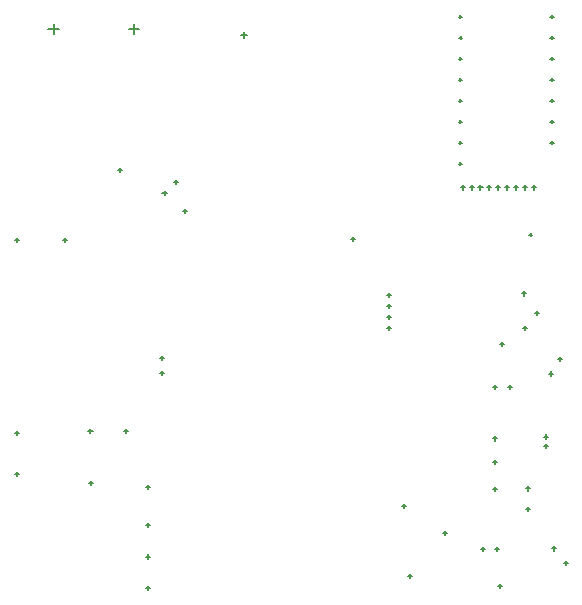
<source format=gbr>
G04*
G04 #@! TF.GenerationSoftware,Altium Limited,Altium Designer,25.5.2 (35)*
G04*
G04 Layer_Color=128*
%FSLAX25Y25*%
%MOIN*%
G70*
G04*
G04 #@! TF.SameCoordinates,0BB90384-501E-406B-A6C2-AE9EDDEAC3CB*
G04*
G04*
G04 #@! TF.FilePolarity,Positive*
G04*
G01*
G75*
%ADD82C,0.00500*%
D82*
X12457Y188600D02*
X16000D01*
X14228Y186828D02*
Y190372D01*
X39228Y188600D02*
X42772D01*
X41000Y186828D02*
Y190372D01*
X177708Y52800D02*
X179086D01*
X178397Y52111D02*
Y53489D01*
X177708Y49600D02*
X179086D01*
X178397Y48911D02*
Y50289D01*
X179809Y185800D02*
X180991D01*
X180400Y185209D02*
Y186391D01*
X149223Y143800D02*
X150404D01*
X149813Y143209D02*
Y144391D01*
X179809Y150800D02*
X180991D01*
X180400Y150209D02*
Y151391D01*
X149223Y150800D02*
X150404D01*
X149813Y150209D02*
Y151391D01*
X179809Y157800D02*
X180991D01*
X180400Y157209D02*
Y158391D01*
X149223Y157800D02*
X150404D01*
X149813Y157209D02*
Y158391D01*
X179809Y164800D02*
X180991D01*
X180400Y164209D02*
Y165391D01*
X149223Y164800D02*
X150404D01*
X149813Y164209D02*
Y165391D01*
X179809Y171800D02*
X180991D01*
X180400Y171209D02*
Y172391D01*
X149223Y171800D02*
X150404D01*
X149813Y171209D02*
Y172391D01*
X179809Y178800D02*
X180991D01*
X180400Y178209D02*
Y179391D01*
X149223Y178800D02*
X150404D01*
X149813Y178209D02*
Y179391D01*
X179809Y192800D02*
X180991D01*
X180400Y192209D02*
Y193391D01*
X149223Y192800D02*
X150404D01*
X149813Y192209D02*
Y193391D01*
X149309Y185800D02*
X150491D01*
X149900Y185209D02*
Y186391D01*
X130217Y29528D02*
X131595D01*
X130905Y28839D02*
Y30217D01*
X35728Y141732D02*
X37106D01*
X36417Y141043D02*
Y142421D01*
X57382Y127953D02*
X58760D01*
X58071Y127264D02*
Y128642D01*
X54429Y137795D02*
X55807D01*
X55118Y137106D02*
Y138484D01*
X50492Y133858D02*
X51870D01*
X51181Y133169D02*
Y134547D01*
X76616Y186600D02*
X78584D01*
X77600Y185616D02*
Y187584D01*
X171611Y35500D02*
X172989D01*
X172300Y34811D02*
Y36189D01*
X162311Y2900D02*
X163689D01*
X163000Y2211D02*
Y3589D01*
X180311Y15500D02*
X181689D01*
X181000Y14811D02*
Y16189D01*
X113311Y118600D02*
X114689D01*
X114000Y117911D02*
Y119289D01*
X17211Y118400D02*
X18589D01*
X17900Y117711D02*
Y119089D01*
X132311Y6400D02*
X133689D01*
X133000Y5711D02*
Y7089D01*
X156711Y15300D02*
X158089D01*
X157400Y14611D02*
Y15989D01*
X184211Y10700D02*
X185589D01*
X184900Y10011D02*
Y11389D01*
X45111Y2400D02*
X46489D01*
X45800Y1711D02*
Y3089D01*
X45111Y12800D02*
X46489D01*
X45800Y12111D02*
Y13489D01*
X45111Y23200D02*
X46489D01*
X45800Y22511D02*
Y23889D01*
X45111Y36100D02*
X46489D01*
X45800Y35411D02*
Y36789D01*
X37611Y54600D02*
X38989D01*
X38300Y53911D02*
Y55289D01*
X26111Y37400D02*
X27489D01*
X26800Y36711D02*
Y38089D01*
X25811Y54600D02*
X27189D01*
X26500Y53911D02*
Y55289D01*
X1211Y54100D02*
X2589D01*
X1900Y53411D02*
Y54789D01*
X1211Y40300D02*
X2589D01*
X1900Y39611D02*
Y40989D01*
X143996Y20669D02*
X145374D01*
X144685Y19980D02*
Y21358D01*
X172638Y120079D02*
X173819D01*
X173228Y119488D02*
Y120669D01*
X149902Y135827D02*
X151279D01*
X150591Y135138D02*
Y136516D01*
X152854Y135827D02*
X154232D01*
X153543Y135138D02*
Y136516D01*
X155807Y135827D02*
X157185D01*
X156496Y135138D02*
Y136516D01*
X158760Y135827D02*
X160138D01*
X159449Y135138D02*
Y136516D01*
X161713Y135827D02*
X163091D01*
X162402Y135138D02*
Y136516D01*
X164665Y135827D02*
X166043D01*
X165354Y135138D02*
Y136516D01*
X167618Y135827D02*
X168996D01*
X168307Y135138D02*
Y136516D01*
X170571Y135827D02*
X171949D01*
X171260Y135138D02*
Y136516D01*
X173524Y135827D02*
X174902D01*
X174213Y135138D02*
Y136516D01*
X179429Y73819D02*
X180807D01*
X180118Y73130D02*
Y74508D01*
X182382Y78740D02*
X183760D01*
X183071Y78051D02*
Y79429D01*
X163011Y83700D02*
X164389D01*
X163700Y83011D02*
Y84389D01*
X1211Y118300D02*
X2589D01*
X1900Y117611D02*
Y118989D01*
X171555Y28543D02*
X172933D01*
X172244Y27854D02*
Y29232D01*
X160728Y52165D02*
X162106D01*
X161417Y51476D02*
Y52854D01*
X160728Y44291D02*
X162106D01*
X161417Y43602D02*
Y44980D01*
X160728Y35433D02*
X162106D01*
X161417Y34744D02*
Y36122D01*
X161311Y15200D02*
X162689D01*
X162000Y14511D02*
Y15889D01*
X125411Y96400D02*
X126789D01*
X126100Y95711D02*
Y97089D01*
X160711Y69200D02*
X162089D01*
X161400Y68511D02*
Y69889D01*
X174508Y94095D02*
X175886D01*
X175197Y93405D02*
Y94784D01*
X49611Y74000D02*
X50989D01*
X50300Y73311D02*
Y74689D01*
X170411Y100500D02*
X171789D01*
X171100Y99811D02*
Y101189D01*
X170571Y88976D02*
X171949D01*
X171260Y88287D02*
Y89665D01*
X49611Y78900D02*
X50989D01*
X50300Y78211D02*
Y79589D01*
X125411Y89000D02*
X126789D01*
X126100Y88311D02*
Y89689D01*
X125411Y92700D02*
X126789D01*
X126100Y92011D02*
Y93389D01*
X165511Y69300D02*
X166889D01*
X166200Y68611D02*
Y69989D01*
X125411Y100100D02*
X126789D01*
X126100Y99411D02*
Y100789D01*
M02*

</source>
